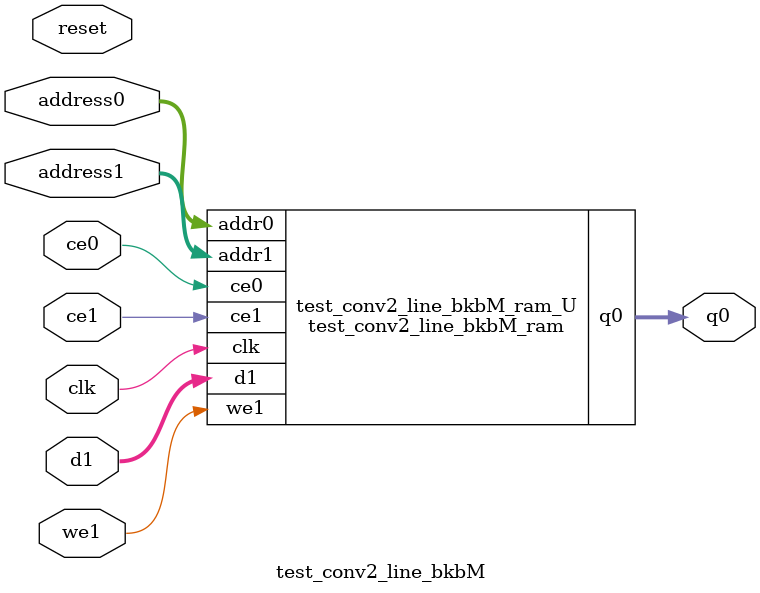
<source format=v>
`timescale 1 ns / 1 ps
module test_conv2_line_bkbM_ram (addr0, ce0, q0, addr1, ce1, d1, we1,  clk);

parameter DWIDTH = 4;
parameter AWIDTH = 8;
parameter MEM_SIZE = 162;

input[AWIDTH-1:0] addr0;
input ce0;
output reg[DWIDTH-1:0] q0;
input[AWIDTH-1:0] addr1;
input ce1;
input[DWIDTH-1:0] d1;
input we1;
input clk;

(* ram_style = "distributed" *)reg [DWIDTH-1:0] ram[0:MEM_SIZE-1];




always @(posedge clk)  
begin 
    if (ce0) begin
        q0 <= ram[addr0];
    end
end


always @(posedge clk)  
begin 
    if (ce1) begin
        if (we1) 
            ram[addr1] <= d1; 
    end
end


endmodule

`timescale 1 ns / 1 ps
module test_conv2_line_bkbM(
    reset,
    clk,
    address0,
    ce0,
    q0,
    address1,
    ce1,
    we1,
    d1);

parameter DataWidth = 32'd4;
parameter AddressRange = 32'd162;
parameter AddressWidth = 32'd8;
input reset;
input clk;
input[AddressWidth - 1:0] address0;
input ce0;
output[DataWidth - 1:0] q0;
input[AddressWidth - 1:0] address1;
input ce1;
input we1;
input[DataWidth - 1:0] d1;



test_conv2_line_bkbM_ram test_conv2_line_bkbM_ram_U(
    .clk( clk ),
    .addr0( address0 ),
    .ce0( ce0 ),
    .q0( q0 ),
    .addr1( address1 ),
    .ce1( ce1 ),
    .we1( we1 ),
    .d1( d1 ));

endmodule


</source>
